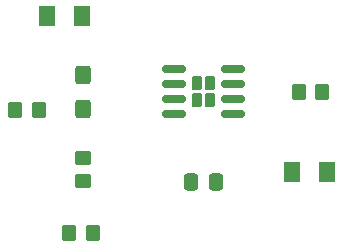
<source format=gbr>
%TF.GenerationSoftware,KiCad,Pcbnew,(6.0.10)*%
%TF.CreationDate,2023-02-23T16:05:15-08:00*%
%TF.ProjectId,lab4 Exercise 2,6c616234-2045-4786-9572-636973652032,rev?*%
%TF.SameCoordinates,Original*%
%TF.FileFunction,Paste,Top*%
%TF.FilePolarity,Positive*%
%FSLAX46Y46*%
G04 Gerber Fmt 4.6, Leading zero omitted, Abs format (unit mm)*
G04 Created by KiCad (PCBNEW (6.0.10)) date 2023-02-23 16:05:15*
%MOMM*%
%LPD*%
G01*
G04 APERTURE LIST*
G04 Aperture macros list*
%AMRoundRect*
0 Rectangle with rounded corners*
0 $1 Rounding radius*
0 $2 $3 $4 $5 $6 $7 $8 $9 X,Y pos of 4 corners*
0 Add a 4 corners polygon primitive as box body*
4,1,4,$2,$3,$4,$5,$6,$7,$8,$9,$2,$3,0*
0 Add four circle primitives for the rounded corners*
1,1,$1+$1,$2,$3*
1,1,$1+$1,$4,$5*
1,1,$1+$1,$6,$7*
1,1,$1+$1,$8,$9*
0 Add four rect primitives between the rounded corners*
20,1,$1+$1,$2,$3,$4,$5,0*
20,1,$1+$1,$4,$5,$6,$7,0*
20,1,$1+$1,$6,$7,$8,$9,0*
20,1,$1+$1,$8,$9,$2,$3,0*%
G04 Aperture macros list end*
%ADD10RoundRect,0.250000X0.337500X0.475000X-0.337500X0.475000X-0.337500X-0.475000X0.337500X-0.475000X0*%
%ADD11RoundRect,0.250000X-0.350000X-0.450000X0.350000X-0.450000X0.350000X0.450000X-0.350000X0.450000X0*%
%ADD12RoundRect,0.250001X0.462499X0.624999X-0.462499X0.624999X-0.462499X-0.624999X0.462499X-0.624999X0*%
%ADD13RoundRect,0.250000X0.450000X-0.350000X0.450000X0.350000X-0.450000X0.350000X-0.450000X-0.350000X0*%
%ADD14RoundRect,0.250000X0.425000X-0.537500X0.425000X0.537500X-0.425000X0.537500X-0.425000X-0.537500X0*%
%ADD15RoundRect,0.250000X0.350000X0.450000X-0.350000X0.450000X-0.350000X-0.450000X0.350000X-0.450000X0*%
%ADD16RoundRect,0.230000X-0.230000X-0.375000X0.230000X-0.375000X0.230000X0.375000X-0.230000X0.375000X0*%
%ADD17RoundRect,0.150000X-0.825000X-0.150000X0.825000X-0.150000X0.825000X0.150000X-0.825000X0.150000X0*%
%ADD18RoundRect,0.250001X-0.462499X-0.624999X0.462499X-0.624999X0.462499X0.624999X-0.462499X0.624999X0*%
G04 APERTURE END LIST*
D10*
%TO.C,C2*%
X153437500Y-109220000D03*
X151362500Y-109220000D03*
%TD*%
D11*
%TO.C,R4*%
X136472936Y-103140000D03*
X138472936Y-103140000D03*
%TD*%
D12*
%TO.C,D2*%
X142127500Y-95230000D03*
X139152500Y-95230000D03*
%TD*%
D13*
%TO.C,R2*%
X142240000Y-109210000D03*
X142240000Y-107210000D03*
%TD*%
D14*
%TO.C,C1*%
X142240000Y-103037500D03*
X142240000Y-100162500D03*
%TD*%
D15*
%TO.C,R1*%
X162460000Y-101600000D03*
X160460000Y-101600000D03*
%TD*%
%TO.C,R3*%
X143012936Y-113565000D03*
X141012936Y-113565000D03*
%TD*%
D16*
%TO.C,U1*%
X151830000Y-100850000D03*
X151830000Y-102350000D03*
X152970000Y-100850000D03*
X152970000Y-102350000D03*
D17*
X149925000Y-99695000D03*
X149925000Y-100965000D03*
X149925000Y-102235000D03*
X149925000Y-103505000D03*
X154875000Y-103505000D03*
X154875000Y-102235000D03*
X154875000Y-100965000D03*
X154875000Y-99695000D03*
%TD*%
D18*
%TO.C,D1*%
X159872500Y-108420000D03*
X162847500Y-108420000D03*
%TD*%
M02*

</source>
